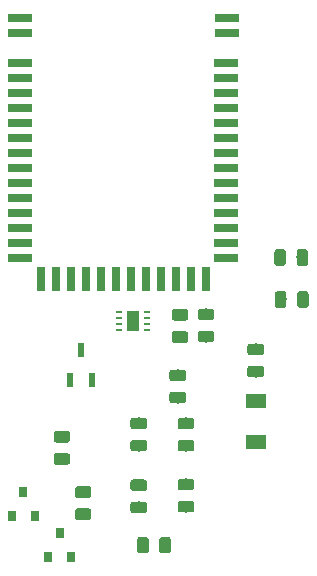
<source format=gbr>
G04 #@! TF.GenerationSoftware,KiCad,Pcbnew,(5.1.2-1)-1*
G04 #@! TF.CreationDate,2021-02-24T07:54:15+01:00*
G04 #@! TF.ProjectId,parasite,70617261-7369-4746-952e-6b696361645f,1.1.0*
G04 #@! TF.SameCoordinates,Original*
G04 #@! TF.FileFunction,Paste,Top*
G04 #@! TF.FilePolarity,Positive*
%FSLAX46Y46*%
G04 Gerber Fmt 4.6, Leading zero omitted, Abs format (unit mm)*
G04 Created by KiCad (PCBNEW (5.1.2-1)-1) date 2021-02-24 07:54:15*
%MOMM*%
%LPD*%
G04 APERTURE LIST*
%ADD10C,0.010000*%
%ADD11R,0.550000X0.250000*%
%ADD12R,2.000000X0.800000*%
%ADD13R,0.800000X2.000000*%
%ADD14R,0.590000X1.210000*%
%ADD15C,0.100000*%
%ADD16C,0.975000*%
%ADD17R,0.800000X0.900000*%
%ADD18R,1.700000X1.300000*%
G04 APERTURE END LIST*
D10*
G36*
X116650426Y-75300000D02*
G01*
X115750000Y-75300000D01*
X115750000Y-73699243D01*
X116650426Y-73699243D01*
X116650426Y-75300000D01*
G37*
X116650426Y-75300000D02*
X115750000Y-75300000D01*
X115750000Y-73699243D01*
X116650426Y-73699243D01*
X116650426Y-75300000D01*
D11*
X115025000Y-73750000D03*
X115025000Y-74250000D03*
X115025000Y-74750000D03*
X115025000Y-75250000D03*
X117375000Y-73750000D03*
X117375000Y-74250000D03*
X117375000Y-74750000D03*
X117375000Y-75250000D03*
D12*
X124150000Y-50155000D03*
X124150000Y-48885000D03*
X124130000Y-52695000D03*
X124130000Y-53965000D03*
X124130000Y-55235000D03*
X124130000Y-56505000D03*
X124130000Y-57775000D03*
X124130000Y-59045000D03*
X124130000Y-60315000D03*
X124130000Y-61585000D03*
X124130000Y-62855000D03*
X124130000Y-64125000D03*
X124130000Y-65395000D03*
X124130000Y-66665000D03*
X124130000Y-67935000D03*
X124130000Y-69205000D03*
D13*
X122385000Y-70950000D03*
X121115000Y-70950000D03*
X119845000Y-70950000D03*
X118575000Y-70950000D03*
X117305000Y-70950000D03*
X116035000Y-70950000D03*
X114765000Y-70950000D03*
X113495000Y-70950000D03*
X112225000Y-70950000D03*
X110955000Y-70950000D03*
X109685000Y-70950000D03*
X108415000Y-70950000D03*
D12*
X106670000Y-69205000D03*
X106670000Y-67935000D03*
X106670000Y-66665000D03*
X106670000Y-65395000D03*
X106670000Y-64125000D03*
X106670000Y-62855000D03*
X106670000Y-61585000D03*
X106670000Y-60315000D03*
X106670000Y-59045000D03*
X106670000Y-57775000D03*
X106670000Y-56505000D03*
X106670000Y-55235000D03*
X106670000Y-53965000D03*
X106670000Y-52695000D03*
X106650000Y-50155000D03*
X106650000Y-48885000D03*
D14*
X111840000Y-76985000D03*
X112790000Y-79495000D03*
X110890000Y-79495000D03*
D15*
G36*
X120680142Y-73513674D02*
G01*
X120703803Y-73517184D01*
X120727007Y-73522996D01*
X120749529Y-73531054D01*
X120771153Y-73541282D01*
X120791670Y-73553579D01*
X120810883Y-73567829D01*
X120828607Y-73583893D01*
X120844671Y-73601617D01*
X120858921Y-73620830D01*
X120871218Y-73641347D01*
X120881446Y-73662971D01*
X120889504Y-73685493D01*
X120895316Y-73708697D01*
X120898826Y-73732358D01*
X120900000Y-73756250D01*
X120900000Y-74243750D01*
X120898826Y-74267642D01*
X120895316Y-74291303D01*
X120889504Y-74314507D01*
X120881446Y-74337029D01*
X120871218Y-74358653D01*
X120858921Y-74379170D01*
X120844671Y-74398383D01*
X120828607Y-74416107D01*
X120810883Y-74432171D01*
X120791670Y-74446421D01*
X120771153Y-74458718D01*
X120749529Y-74468946D01*
X120727007Y-74477004D01*
X120703803Y-74482816D01*
X120680142Y-74486326D01*
X120656250Y-74487500D01*
X119743750Y-74487500D01*
X119719858Y-74486326D01*
X119696197Y-74482816D01*
X119672993Y-74477004D01*
X119650471Y-74468946D01*
X119628847Y-74458718D01*
X119608330Y-74446421D01*
X119589117Y-74432171D01*
X119571393Y-74416107D01*
X119555329Y-74398383D01*
X119541079Y-74379170D01*
X119528782Y-74358653D01*
X119518554Y-74337029D01*
X119510496Y-74314507D01*
X119504684Y-74291303D01*
X119501174Y-74267642D01*
X119500000Y-74243750D01*
X119500000Y-73756250D01*
X119501174Y-73732358D01*
X119504684Y-73708697D01*
X119510496Y-73685493D01*
X119518554Y-73662971D01*
X119528782Y-73641347D01*
X119541079Y-73620830D01*
X119555329Y-73601617D01*
X119571393Y-73583893D01*
X119589117Y-73567829D01*
X119608330Y-73553579D01*
X119628847Y-73541282D01*
X119650471Y-73531054D01*
X119672993Y-73522996D01*
X119696197Y-73517184D01*
X119719858Y-73513674D01*
X119743750Y-73512500D01*
X120656250Y-73512500D01*
X120680142Y-73513674D01*
X120680142Y-73513674D01*
G37*
D16*
X120200000Y-74000000D03*
D15*
G36*
X120680142Y-75388674D02*
G01*
X120703803Y-75392184D01*
X120727007Y-75397996D01*
X120749529Y-75406054D01*
X120771153Y-75416282D01*
X120791670Y-75428579D01*
X120810883Y-75442829D01*
X120828607Y-75458893D01*
X120844671Y-75476617D01*
X120858921Y-75495830D01*
X120871218Y-75516347D01*
X120881446Y-75537971D01*
X120889504Y-75560493D01*
X120895316Y-75583697D01*
X120898826Y-75607358D01*
X120900000Y-75631250D01*
X120900000Y-76118750D01*
X120898826Y-76142642D01*
X120895316Y-76166303D01*
X120889504Y-76189507D01*
X120881446Y-76212029D01*
X120871218Y-76233653D01*
X120858921Y-76254170D01*
X120844671Y-76273383D01*
X120828607Y-76291107D01*
X120810883Y-76307171D01*
X120791670Y-76321421D01*
X120771153Y-76333718D01*
X120749529Y-76343946D01*
X120727007Y-76352004D01*
X120703803Y-76357816D01*
X120680142Y-76361326D01*
X120656250Y-76362500D01*
X119743750Y-76362500D01*
X119719858Y-76361326D01*
X119696197Y-76357816D01*
X119672993Y-76352004D01*
X119650471Y-76343946D01*
X119628847Y-76333718D01*
X119608330Y-76321421D01*
X119589117Y-76307171D01*
X119571393Y-76291107D01*
X119555329Y-76273383D01*
X119541079Y-76254170D01*
X119528782Y-76233653D01*
X119518554Y-76212029D01*
X119510496Y-76189507D01*
X119504684Y-76166303D01*
X119501174Y-76142642D01*
X119500000Y-76118750D01*
X119500000Y-75631250D01*
X119501174Y-75607358D01*
X119504684Y-75583697D01*
X119510496Y-75560493D01*
X119518554Y-75537971D01*
X119528782Y-75516347D01*
X119541079Y-75495830D01*
X119555329Y-75476617D01*
X119571393Y-75458893D01*
X119589117Y-75442829D01*
X119608330Y-75428579D01*
X119628847Y-75416282D01*
X119650471Y-75406054D01*
X119672993Y-75397996D01*
X119696197Y-75392184D01*
X119719858Y-75388674D01*
X119743750Y-75387500D01*
X120656250Y-75387500D01*
X120680142Y-75388674D01*
X120680142Y-75388674D01*
G37*
D16*
X120200000Y-75875000D03*
D15*
G36*
X122880142Y-75351174D02*
G01*
X122903803Y-75354684D01*
X122927007Y-75360496D01*
X122949529Y-75368554D01*
X122971153Y-75378782D01*
X122991670Y-75391079D01*
X123010883Y-75405329D01*
X123028607Y-75421393D01*
X123044671Y-75439117D01*
X123058921Y-75458330D01*
X123071218Y-75478847D01*
X123081446Y-75500471D01*
X123089504Y-75522993D01*
X123095316Y-75546197D01*
X123098826Y-75569858D01*
X123100000Y-75593750D01*
X123100000Y-76081250D01*
X123098826Y-76105142D01*
X123095316Y-76128803D01*
X123089504Y-76152007D01*
X123081446Y-76174529D01*
X123071218Y-76196153D01*
X123058921Y-76216670D01*
X123044671Y-76235883D01*
X123028607Y-76253607D01*
X123010883Y-76269671D01*
X122991670Y-76283921D01*
X122971153Y-76296218D01*
X122949529Y-76306446D01*
X122927007Y-76314504D01*
X122903803Y-76320316D01*
X122880142Y-76323826D01*
X122856250Y-76325000D01*
X121943750Y-76325000D01*
X121919858Y-76323826D01*
X121896197Y-76320316D01*
X121872993Y-76314504D01*
X121850471Y-76306446D01*
X121828847Y-76296218D01*
X121808330Y-76283921D01*
X121789117Y-76269671D01*
X121771393Y-76253607D01*
X121755329Y-76235883D01*
X121741079Y-76216670D01*
X121728782Y-76196153D01*
X121718554Y-76174529D01*
X121710496Y-76152007D01*
X121704684Y-76128803D01*
X121701174Y-76105142D01*
X121700000Y-76081250D01*
X121700000Y-75593750D01*
X121701174Y-75569858D01*
X121704684Y-75546197D01*
X121710496Y-75522993D01*
X121718554Y-75500471D01*
X121728782Y-75478847D01*
X121741079Y-75458330D01*
X121755329Y-75439117D01*
X121771393Y-75421393D01*
X121789117Y-75405329D01*
X121808330Y-75391079D01*
X121828847Y-75378782D01*
X121850471Y-75368554D01*
X121872993Y-75360496D01*
X121896197Y-75354684D01*
X121919858Y-75351174D01*
X121943750Y-75350000D01*
X122856250Y-75350000D01*
X122880142Y-75351174D01*
X122880142Y-75351174D01*
G37*
D16*
X122400000Y-75837500D03*
D15*
G36*
X122880142Y-73476174D02*
G01*
X122903803Y-73479684D01*
X122927007Y-73485496D01*
X122949529Y-73493554D01*
X122971153Y-73503782D01*
X122991670Y-73516079D01*
X123010883Y-73530329D01*
X123028607Y-73546393D01*
X123044671Y-73564117D01*
X123058921Y-73583330D01*
X123071218Y-73603847D01*
X123081446Y-73625471D01*
X123089504Y-73647993D01*
X123095316Y-73671197D01*
X123098826Y-73694858D01*
X123100000Y-73718750D01*
X123100000Y-74206250D01*
X123098826Y-74230142D01*
X123095316Y-74253803D01*
X123089504Y-74277007D01*
X123081446Y-74299529D01*
X123071218Y-74321153D01*
X123058921Y-74341670D01*
X123044671Y-74360883D01*
X123028607Y-74378607D01*
X123010883Y-74394671D01*
X122991670Y-74408921D01*
X122971153Y-74421218D01*
X122949529Y-74431446D01*
X122927007Y-74439504D01*
X122903803Y-74445316D01*
X122880142Y-74448826D01*
X122856250Y-74450000D01*
X121943750Y-74450000D01*
X121919858Y-74448826D01*
X121896197Y-74445316D01*
X121872993Y-74439504D01*
X121850471Y-74431446D01*
X121828847Y-74421218D01*
X121808330Y-74408921D01*
X121789117Y-74394671D01*
X121771393Y-74378607D01*
X121755329Y-74360883D01*
X121741079Y-74341670D01*
X121728782Y-74321153D01*
X121718554Y-74299529D01*
X121710496Y-74277007D01*
X121704684Y-74253803D01*
X121701174Y-74230142D01*
X121700000Y-74206250D01*
X121700000Y-73718750D01*
X121701174Y-73694858D01*
X121704684Y-73671197D01*
X121710496Y-73647993D01*
X121718554Y-73625471D01*
X121728782Y-73603847D01*
X121741079Y-73583330D01*
X121755329Y-73564117D01*
X121771393Y-73546393D01*
X121789117Y-73530329D01*
X121808330Y-73516079D01*
X121828847Y-73503782D01*
X121850471Y-73493554D01*
X121872993Y-73485496D01*
X121896197Y-73479684D01*
X121919858Y-73476174D01*
X121943750Y-73475000D01*
X122856250Y-73475000D01*
X122880142Y-73476174D01*
X122880142Y-73476174D01*
G37*
D16*
X122400000Y-73962500D03*
D15*
G36*
X120480142Y-80513674D02*
G01*
X120503803Y-80517184D01*
X120527007Y-80522996D01*
X120549529Y-80531054D01*
X120571153Y-80541282D01*
X120591670Y-80553579D01*
X120610883Y-80567829D01*
X120628607Y-80583893D01*
X120644671Y-80601617D01*
X120658921Y-80620830D01*
X120671218Y-80641347D01*
X120681446Y-80662971D01*
X120689504Y-80685493D01*
X120695316Y-80708697D01*
X120698826Y-80732358D01*
X120700000Y-80756250D01*
X120700000Y-81243750D01*
X120698826Y-81267642D01*
X120695316Y-81291303D01*
X120689504Y-81314507D01*
X120681446Y-81337029D01*
X120671218Y-81358653D01*
X120658921Y-81379170D01*
X120644671Y-81398383D01*
X120628607Y-81416107D01*
X120610883Y-81432171D01*
X120591670Y-81446421D01*
X120571153Y-81458718D01*
X120549529Y-81468946D01*
X120527007Y-81477004D01*
X120503803Y-81482816D01*
X120480142Y-81486326D01*
X120456250Y-81487500D01*
X119543750Y-81487500D01*
X119519858Y-81486326D01*
X119496197Y-81482816D01*
X119472993Y-81477004D01*
X119450471Y-81468946D01*
X119428847Y-81458718D01*
X119408330Y-81446421D01*
X119389117Y-81432171D01*
X119371393Y-81416107D01*
X119355329Y-81398383D01*
X119341079Y-81379170D01*
X119328782Y-81358653D01*
X119318554Y-81337029D01*
X119310496Y-81314507D01*
X119304684Y-81291303D01*
X119301174Y-81267642D01*
X119300000Y-81243750D01*
X119300000Y-80756250D01*
X119301174Y-80732358D01*
X119304684Y-80708697D01*
X119310496Y-80685493D01*
X119318554Y-80662971D01*
X119328782Y-80641347D01*
X119341079Y-80620830D01*
X119355329Y-80601617D01*
X119371393Y-80583893D01*
X119389117Y-80567829D01*
X119408330Y-80553579D01*
X119428847Y-80541282D01*
X119450471Y-80531054D01*
X119472993Y-80522996D01*
X119496197Y-80517184D01*
X119519858Y-80513674D01*
X119543750Y-80512500D01*
X120456250Y-80512500D01*
X120480142Y-80513674D01*
X120480142Y-80513674D01*
G37*
D16*
X120000000Y-81000000D03*
D15*
G36*
X120480142Y-78638674D02*
G01*
X120503803Y-78642184D01*
X120527007Y-78647996D01*
X120549529Y-78656054D01*
X120571153Y-78666282D01*
X120591670Y-78678579D01*
X120610883Y-78692829D01*
X120628607Y-78708893D01*
X120644671Y-78726617D01*
X120658921Y-78745830D01*
X120671218Y-78766347D01*
X120681446Y-78787971D01*
X120689504Y-78810493D01*
X120695316Y-78833697D01*
X120698826Y-78857358D01*
X120700000Y-78881250D01*
X120700000Y-79368750D01*
X120698826Y-79392642D01*
X120695316Y-79416303D01*
X120689504Y-79439507D01*
X120681446Y-79462029D01*
X120671218Y-79483653D01*
X120658921Y-79504170D01*
X120644671Y-79523383D01*
X120628607Y-79541107D01*
X120610883Y-79557171D01*
X120591670Y-79571421D01*
X120571153Y-79583718D01*
X120549529Y-79593946D01*
X120527007Y-79602004D01*
X120503803Y-79607816D01*
X120480142Y-79611326D01*
X120456250Y-79612500D01*
X119543750Y-79612500D01*
X119519858Y-79611326D01*
X119496197Y-79607816D01*
X119472993Y-79602004D01*
X119450471Y-79593946D01*
X119428847Y-79583718D01*
X119408330Y-79571421D01*
X119389117Y-79557171D01*
X119371393Y-79541107D01*
X119355329Y-79523383D01*
X119341079Y-79504170D01*
X119328782Y-79483653D01*
X119318554Y-79462029D01*
X119310496Y-79439507D01*
X119304684Y-79416303D01*
X119301174Y-79392642D01*
X119300000Y-79368750D01*
X119300000Y-78881250D01*
X119301174Y-78857358D01*
X119304684Y-78833697D01*
X119310496Y-78810493D01*
X119318554Y-78787971D01*
X119328782Y-78766347D01*
X119341079Y-78745830D01*
X119355329Y-78726617D01*
X119371393Y-78708893D01*
X119389117Y-78692829D01*
X119408330Y-78678579D01*
X119428847Y-78666282D01*
X119450471Y-78656054D01*
X119472993Y-78647996D01*
X119496197Y-78642184D01*
X119519858Y-78638674D01*
X119543750Y-78637500D01*
X120456250Y-78637500D01*
X120480142Y-78638674D01*
X120480142Y-78638674D01*
G37*
D16*
X120000000Y-79125000D03*
D15*
G36*
X130867642Y-72001174D02*
G01*
X130891303Y-72004684D01*
X130914507Y-72010496D01*
X130937029Y-72018554D01*
X130958653Y-72028782D01*
X130979170Y-72041079D01*
X130998383Y-72055329D01*
X131016107Y-72071393D01*
X131032171Y-72089117D01*
X131046421Y-72108330D01*
X131058718Y-72128847D01*
X131068946Y-72150471D01*
X131077004Y-72172993D01*
X131082816Y-72196197D01*
X131086326Y-72219858D01*
X131087500Y-72243750D01*
X131087500Y-73156250D01*
X131086326Y-73180142D01*
X131082816Y-73203803D01*
X131077004Y-73227007D01*
X131068946Y-73249529D01*
X131058718Y-73271153D01*
X131046421Y-73291670D01*
X131032171Y-73310883D01*
X131016107Y-73328607D01*
X130998383Y-73344671D01*
X130979170Y-73358921D01*
X130958653Y-73371218D01*
X130937029Y-73381446D01*
X130914507Y-73389504D01*
X130891303Y-73395316D01*
X130867642Y-73398826D01*
X130843750Y-73400000D01*
X130356250Y-73400000D01*
X130332358Y-73398826D01*
X130308697Y-73395316D01*
X130285493Y-73389504D01*
X130262971Y-73381446D01*
X130241347Y-73371218D01*
X130220830Y-73358921D01*
X130201617Y-73344671D01*
X130183893Y-73328607D01*
X130167829Y-73310883D01*
X130153579Y-73291670D01*
X130141282Y-73271153D01*
X130131054Y-73249529D01*
X130122996Y-73227007D01*
X130117184Y-73203803D01*
X130113674Y-73180142D01*
X130112500Y-73156250D01*
X130112500Y-72243750D01*
X130113674Y-72219858D01*
X130117184Y-72196197D01*
X130122996Y-72172993D01*
X130131054Y-72150471D01*
X130141282Y-72128847D01*
X130153579Y-72108330D01*
X130167829Y-72089117D01*
X130183893Y-72071393D01*
X130201617Y-72055329D01*
X130220830Y-72041079D01*
X130241347Y-72028782D01*
X130262971Y-72018554D01*
X130285493Y-72010496D01*
X130308697Y-72004684D01*
X130332358Y-72001174D01*
X130356250Y-72000000D01*
X130843750Y-72000000D01*
X130867642Y-72001174D01*
X130867642Y-72001174D01*
G37*
D16*
X130600000Y-72700000D03*
D15*
G36*
X128992642Y-72001174D02*
G01*
X129016303Y-72004684D01*
X129039507Y-72010496D01*
X129062029Y-72018554D01*
X129083653Y-72028782D01*
X129104170Y-72041079D01*
X129123383Y-72055329D01*
X129141107Y-72071393D01*
X129157171Y-72089117D01*
X129171421Y-72108330D01*
X129183718Y-72128847D01*
X129193946Y-72150471D01*
X129202004Y-72172993D01*
X129207816Y-72196197D01*
X129211326Y-72219858D01*
X129212500Y-72243750D01*
X129212500Y-73156250D01*
X129211326Y-73180142D01*
X129207816Y-73203803D01*
X129202004Y-73227007D01*
X129193946Y-73249529D01*
X129183718Y-73271153D01*
X129171421Y-73291670D01*
X129157171Y-73310883D01*
X129141107Y-73328607D01*
X129123383Y-73344671D01*
X129104170Y-73358921D01*
X129083653Y-73371218D01*
X129062029Y-73381446D01*
X129039507Y-73389504D01*
X129016303Y-73395316D01*
X128992642Y-73398826D01*
X128968750Y-73400000D01*
X128481250Y-73400000D01*
X128457358Y-73398826D01*
X128433697Y-73395316D01*
X128410493Y-73389504D01*
X128387971Y-73381446D01*
X128366347Y-73371218D01*
X128345830Y-73358921D01*
X128326617Y-73344671D01*
X128308893Y-73328607D01*
X128292829Y-73310883D01*
X128278579Y-73291670D01*
X128266282Y-73271153D01*
X128256054Y-73249529D01*
X128247996Y-73227007D01*
X128242184Y-73203803D01*
X128238674Y-73180142D01*
X128237500Y-73156250D01*
X128237500Y-72243750D01*
X128238674Y-72219858D01*
X128242184Y-72196197D01*
X128247996Y-72172993D01*
X128256054Y-72150471D01*
X128266282Y-72128847D01*
X128278579Y-72108330D01*
X128292829Y-72089117D01*
X128308893Y-72071393D01*
X128326617Y-72055329D01*
X128345830Y-72041079D01*
X128366347Y-72028782D01*
X128387971Y-72018554D01*
X128410493Y-72010496D01*
X128433697Y-72004684D01*
X128457358Y-72001174D01*
X128481250Y-72000000D01*
X128968750Y-72000000D01*
X128992642Y-72001174D01*
X128992642Y-72001174D01*
G37*
D16*
X128725000Y-72700000D03*
D15*
G36*
X130825142Y-68446174D02*
G01*
X130848803Y-68449684D01*
X130872007Y-68455496D01*
X130894529Y-68463554D01*
X130916153Y-68473782D01*
X130936670Y-68486079D01*
X130955883Y-68500329D01*
X130973607Y-68516393D01*
X130989671Y-68534117D01*
X131003921Y-68553330D01*
X131016218Y-68573847D01*
X131026446Y-68595471D01*
X131034504Y-68617993D01*
X131040316Y-68641197D01*
X131043826Y-68664858D01*
X131045000Y-68688750D01*
X131045000Y-69601250D01*
X131043826Y-69625142D01*
X131040316Y-69648803D01*
X131034504Y-69672007D01*
X131026446Y-69694529D01*
X131016218Y-69716153D01*
X131003921Y-69736670D01*
X130989671Y-69755883D01*
X130973607Y-69773607D01*
X130955883Y-69789671D01*
X130936670Y-69803921D01*
X130916153Y-69816218D01*
X130894529Y-69826446D01*
X130872007Y-69834504D01*
X130848803Y-69840316D01*
X130825142Y-69843826D01*
X130801250Y-69845000D01*
X130313750Y-69845000D01*
X130289858Y-69843826D01*
X130266197Y-69840316D01*
X130242993Y-69834504D01*
X130220471Y-69826446D01*
X130198847Y-69816218D01*
X130178330Y-69803921D01*
X130159117Y-69789671D01*
X130141393Y-69773607D01*
X130125329Y-69755883D01*
X130111079Y-69736670D01*
X130098782Y-69716153D01*
X130088554Y-69694529D01*
X130080496Y-69672007D01*
X130074684Y-69648803D01*
X130071174Y-69625142D01*
X130070000Y-69601250D01*
X130070000Y-68688750D01*
X130071174Y-68664858D01*
X130074684Y-68641197D01*
X130080496Y-68617993D01*
X130088554Y-68595471D01*
X130098782Y-68573847D01*
X130111079Y-68553330D01*
X130125329Y-68534117D01*
X130141393Y-68516393D01*
X130159117Y-68500329D01*
X130178330Y-68486079D01*
X130198847Y-68473782D01*
X130220471Y-68463554D01*
X130242993Y-68455496D01*
X130266197Y-68449684D01*
X130289858Y-68446174D01*
X130313750Y-68445000D01*
X130801250Y-68445000D01*
X130825142Y-68446174D01*
X130825142Y-68446174D01*
G37*
D16*
X130557500Y-69145000D03*
D15*
G36*
X128950142Y-68446174D02*
G01*
X128973803Y-68449684D01*
X128997007Y-68455496D01*
X129019529Y-68463554D01*
X129041153Y-68473782D01*
X129061670Y-68486079D01*
X129080883Y-68500329D01*
X129098607Y-68516393D01*
X129114671Y-68534117D01*
X129128921Y-68553330D01*
X129141218Y-68573847D01*
X129151446Y-68595471D01*
X129159504Y-68617993D01*
X129165316Y-68641197D01*
X129168826Y-68664858D01*
X129170000Y-68688750D01*
X129170000Y-69601250D01*
X129168826Y-69625142D01*
X129165316Y-69648803D01*
X129159504Y-69672007D01*
X129151446Y-69694529D01*
X129141218Y-69716153D01*
X129128921Y-69736670D01*
X129114671Y-69755883D01*
X129098607Y-69773607D01*
X129080883Y-69789671D01*
X129061670Y-69803921D01*
X129041153Y-69816218D01*
X129019529Y-69826446D01*
X128997007Y-69834504D01*
X128973803Y-69840316D01*
X128950142Y-69843826D01*
X128926250Y-69845000D01*
X128438750Y-69845000D01*
X128414858Y-69843826D01*
X128391197Y-69840316D01*
X128367993Y-69834504D01*
X128345471Y-69826446D01*
X128323847Y-69816218D01*
X128303330Y-69803921D01*
X128284117Y-69789671D01*
X128266393Y-69773607D01*
X128250329Y-69755883D01*
X128236079Y-69736670D01*
X128223782Y-69716153D01*
X128213554Y-69694529D01*
X128205496Y-69672007D01*
X128199684Y-69648803D01*
X128196174Y-69625142D01*
X128195000Y-69601250D01*
X128195000Y-68688750D01*
X128196174Y-68664858D01*
X128199684Y-68641197D01*
X128205496Y-68617993D01*
X128213554Y-68595471D01*
X128223782Y-68573847D01*
X128236079Y-68553330D01*
X128250329Y-68534117D01*
X128266393Y-68516393D01*
X128284117Y-68500329D01*
X128303330Y-68486079D01*
X128323847Y-68473782D01*
X128345471Y-68463554D01*
X128367993Y-68455496D01*
X128391197Y-68449684D01*
X128414858Y-68446174D01*
X128438750Y-68445000D01*
X128926250Y-68445000D01*
X128950142Y-68446174D01*
X128950142Y-68446174D01*
G37*
D16*
X128682500Y-69145000D03*
D17*
X110000000Y-92500000D03*
X110950000Y-94500000D03*
X109050000Y-94500000D03*
X106950000Y-89000000D03*
X107900000Y-91000000D03*
X106000000Y-91000000D03*
D15*
G36*
X119205142Y-92801174D02*
G01*
X119228803Y-92804684D01*
X119252007Y-92810496D01*
X119274529Y-92818554D01*
X119296153Y-92828782D01*
X119316670Y-92841079D01*
X119335883Y-92855329D01*
X119353607Y-92871393D01*
X119369671Y-92889117D01*
X119383921Y-92908330D01*
X119396218Y-92928847D01*
X119406446Y-92950471D01*
X119414504Y-92972993D01*
X119420316Y-92996197D01*
X119423826Y-93019858D01*
X119425000Y-93043750D01*
X119425000Y-93956250D01*
X119423826Y-93980142D01*
X119420316Y-94003803D01*
X119414504Y-94027007D01*
X119406446Y-94049529D01*
X119396218Y-94071153D01*
X119383921Y-94091670D01*
X119369671Y-94110883D01*
X119353607Y-94128607D01*
X119335883Y-94144671D01*
X119316670Y-94158921D01*
X119296153Y-94171218D01*
X119274529Y-94181446D01*
X119252007Y-94189504D01*
X119228803Y-94195316D01*
X119205142Y-94198826D01*
X119181250Y-94200000D01*
X118693750Y-94200000D01*
X118669858Y-94198826D01*
X118646197Y-94195316D01*
X118622993Y-94189504D01*
X118600471Y-94181446D01*
X118578847Y-94171218D01*
X118558330Y-94158921D01*
X118539117Y-94144671D01*
X118521393Y-94128607D01*
X118505329Y-94110883D01*
X118491079Y-94091670D01*
X118478782Y-94071153D01*
X118468554Y-94049529D01*
X118460496Y-94027007D01*
X118454684Y-94003803D01*
X118451174Y-93980142D01*
X118450000Y-93956250D01*
X118450000Y-93043750D01*
X118451174Y-93019858D01*
X118454684Y-92996197D01*
X118460496Y-92972993D01*
X118468554Y-92950471D01*
X118478782Y-92928847D01*
X118491079Y-92908330D01*
X118505329Y-92889117D01*
X118521393Y-92871393D01*
X118539117Y-92855329D01*
X118558330Y-92841079D01*
X118578847Y-92828782D01*
X118600471Y-92818554D01*
X118622993Y-92810496D01*
X118646197Y-92804684D01*
X118669858Y-92801174D01*
X118693750Y-92800000D01*
X119181250Y-92800000D01*
X119205142Y-92801174D01*
X119205142Y-92801174D01*
G37*
D16*
X118937500Y-93500000D03*
D15*
G36*
X117330142Y-92801174D02*
G01*
X117353803Y-92804684D01*
X117377007Y-92810496D01*
X117399529Y-92818554D01*
X117421153Y-92828782D01*
X117441670Y-92841079D01*
X117460883Y-92855329D01*
X117478607Y-92871393D01*
X117494671Y-92889117D01*
X117508921Y-92908330D01*
X117521218Y-92928847D01*
X117531446Y-92950471D01*
X117539504Y-92972993D01*
X117545316Y-92996197D01*
X117548826Y-93019858D01*
X117550000Y-93043750D01*
X117550000Y-93956250D01*
X117548826Y-93980142D01*
X117545316Y-94003803D01*
X117539504Y-94027007D01*
X117531446Y-94049529D01*
X117521218Y-94071153D01*
X117508921Y-94091670D01*
X117494671Y-94110883D01*
X117478607Y-94128607D01*
X117460883Y-94144671D01*
X117441670Y-94158921D01*
X117421153Y-94171218D01*
X117399529Y-94181446D01*
X117377007Y-94189504D01*
X117353803Y-94195316D01*
X117330142Y-94198826D01*
X117306250Y-94200000D01*
X116818750Y-94200000D01*
X116794858Y-94198826D01*
X116771197Y-94195316D01*
X116747993Y-94189504D01*
X116725471Y-94181446D01*
X116703847Y-94171218D01*
X116683330Y-94158921D01*
X116664117Y-94144671D01*
X116646393Y-94128607D01*
X116630329Y-94110883D01*
X116616079Y-94091670D01*
X116603782Y-94071153D01*
X116593554Y-94049529D01*
X116585496Y-94027007D01*
X116579684Y-94003803D01*
X116576174Y-93980142D01*
X116575000Y-93956250D01*
X116575000Y-93043750D01*
X116576174Y-93019858D01*
X116579684Y-92996197D01*
X116585496Y-92972993D01*
X116593554Y-92950471D01*
X116603782Y-92928847D01*
X116616079Y-92908330D01*
X116630329Y-92889117D01*
X116646393Y-92871393D01*
X116664117Y-92855329D01*
X116683330Y-92841079D01*
X116703847Y-92828782D01*
X116725471Y-92818554D01*
X116747993Y-92810496D01*
X116771197Y-92804684D01*
X116794858Y-92801174D01*
X116818750Y-92800000D01*
X117306250Y-92800000D01*
X117330142Y-92801174D01*
X117330142Y-92801174D01*
G37*
D16*
X117062500Y-93500000D03*
D15*
G36*
X121180142Y-82713674D02*
G01*
X121203803Y-82717184D01*
X121227007Y-82722996D01*
X121249529Y-82731054D01*
X121271153Y-82741282D01*
X121291670Y-82753579D01*
X121310883Y-82767829D01*
X121328607Y-82783893D01*
X121344671Y-82801617D01*
X121358921Y-82820830D01*
X121371218Y-82841347D01*
X121381446Y-82862971D01*
X121389504Y-82885493D01*
X121395316Y-82908697D01*
X121398826Y-82932358D01*
X121400000Y-82956250D01*
X121400000Y-83443750D01*
X121398826Y-83467642D01*
X121395316Y-83491303D01*
X121389504Y-83514507D01*
X121381446Y-83537029D01*
X121371218Y-83558653D01*
X121358921Y-83579170D01*
X121344671Y-83598383D01*
X121328607Y-83616107D01*
X121310883Y-83632171D01*
X121291670Y-83646421D01*
X121271153Y-83658718D01*
X121249529Y-83668946D01*
X121227007Y-83677004D01*
X121203803Y-83682816D01*
X121180142Y-83686326D01*
X121156250Y-83687500D01*
X120243750Y-83687500D01*
X120219858Y-83686326D01*
X120196197Y-83682816D01*
X120172993Y-83677004D01*
X120150471Y-83668946D01*
X120128847Y-83658718D01*
X120108330Y-83646421D01*
X120089117Y-83632171D01*
X120071393Y-83616107D01*
X120055329Y-83598383D01*
X120041079Y-83579170D01*
X120028782Y-83558653D01*
X120018554Y-83537029D01*
X120010496Y-83514507D01*
X120004684Y-83491303D01*
X120001174Y-83467642D01*
X120000000Y-83443750D01*
X120000000Y-82956250D01*
X120001174Y-82932358D01*
X120004684Y-82908697D01*
X120010496Y-82885493D01*
X120018554Y-82862971D01*
X120028782Y-82841347D01*
X120041079Y-82820830D01*
X120055329Y-82801617D01*
X120071393Y-82783893D01*
X120089117Y-82767829D01*
X120108330Y-82753579D01*
X120128847Y-82741282D01*
X120150471Y-82731054D01*
X120172993Y-82722996D01*
X120196197Y-82717184D01*
X120219858Y-82713674D01*
X120243750Y-82712500D01*
X121156250Y-82712500D01*
X121180142Y-82713674D01*
X121180142Y-82713674D01*
G37*
D16*
X120700000Y-83200000D03*
D15*
G36*
X121180142Y-84588674D02*
G01*
X121203803Y-84592184D01*
X121227007Y-84597996D01*
X121249529Y-84606054D01*
X121271153Y-84616282D01*
X121291670Y-84628579D01*
X121310883Y-84642829D01*
X121328607Y-84658893D01*
X121344671Y-84676617D01*
X121358921Y-84695830D01*
X121371218Y-84716347D01*
X121381446Y-84737971D01*
X121389504Y-84760493D01*
X121395316Y-84783697D01*
X121398826Y-84807358D01*
X121400000Y-84831250D01*
X121400000Y-85318750D01*
X121398826Y-85342642D01*
X121395316Y-85366303D01*
X121389504Y-85389507D01*
X121381446Y-85412029D01*
X121371218Y-85433653D01*
X121358921Y-85454170D01*
X121344671Y-85473383D01*
X121328607Y-85491107D01*
X121310883Y-85507171D01*
X121291670Y-85521421D01*
X121271153Y-85533718D01*
X121249529Y-85543946D01*
X121227007Y-85552004D01*
X121203803Y-85557816D01*
X121180142Y-85561326D01*
X121156250Y-85562500D01*
X120243750Y-85562500D01*
X120219858Y-85561326D01*
X120196197Y-85557816D01*
X120172993Y-85552004D01*
X120150471Y-85543946D01*
X120128847Y-85533718D01*
X120108330Y-85521421D01*
X120089117Y-85507171D01*
X120071393Y-85491107D01*
X120055329Y-85473383D01*
X120041079Y-85454170D01*
X120028782Y-85433653D01*
X120018554Y-85412029D01*
X120010496Y-85389507D01*
X120004684Y-85366303D01*
X120001174Y-85342642D01*
X120000000Y-85318750D01*
X120000000Y-84831250D01*
X120001174Y-84807358D01*
X120004684Y-84783697D01*
X120010496Y-84760493D01*
X120018554Y-84737971D01*
X120028782Y-84716347D01*
X120041079Y-84695830D01*
X120055329Y-84676617D01*
X120071393Y-84658893D01*
X120089117Y-84642829D01*
X120108330Y-84628579D01*
X120128847Y-84616282D01*
X120150471Y-84606054D01*
X120172993Y-84597996D01*
X120196197Y-84592184D01*
X120219858Y-84588674D01*
X120243750Y-84587500D01*
X121156250Y-84587500D01*
X121180142Y-84588674D01*
X121180142Y-84588674D01*
G37*
D16*
X120700000Y-85075000D03*
D18*
X126600000Y-84800000D03*
X126600000Y-81300000D03*
D15*
G36*
X127080142Y-76438674D02*
G01*
X127103803Y-76442184D01*
X127127007Y-76447996D01*
X127149529Y-76456054D01*
X127171153Y-76466282D01*
X127191670Y-76478579D01*
X127210883Y-76492829D01*
X127228607Y-76508893D01*
X127244671Y-76526617D01*
X127258921Y-76545830D01*
X127271218Y-76566347D01*
X127281446Y-76587971D01*
X127289504Y-76610493D01*
X127295316Y-76633697D01*
X127298826Y-76657358D01*
X127300000Y-76681250D01*
X127300000Y-77168750D01*
X127298826Y-77192642D01*
X127295316Y-77216303D01*
X127289504Y-77239507D01*
X127281446Y-77262029D01*
X127271218Y-77283653D01*
X127258921Y-77304170D01*
X127244671Y-77323383D01*
X127228607Y-77341107D01*
X127210883Y-77357171D01*
X127191670Y-77371421D01*
X127171153Y-77383718D01*
X127149529Y-77393946D01*
X127127007Y-77402004D01*
X127103803Y-77407816D01*
X127080142Y-77411326D01*
X127056250Y-77412500D01*
X126143750Y-77412500D01*
X126119858Y-77411326D01*
X126096197Y-77407816D01*
X126072993Y-77402004D01*
X126050471Y-77393946D01*
X126028847Y-77383718D01*
X126008330Y-77371421D01*
X125989117Y-77357171D01*
X125971393Y-77341107D01*
X125955329Y-77323383D01*
X125941079Y-77304170D01*
X125928782Y-77283653D01*
X125918554Y-77262029D01*
X125910496Y-77239507D01*
X125904684Y-77216303D01*
X125901174Y-77192642D01*
X125900000Y-77168750D01*
X125900000Y-76681250D01*
X125901174Y-76657358D01*
X125904684Y-76633697D01*
X125910496Y-76610493D01*
X125918554Y-76587971D01*
X125928782Y-76566347D01*
X125941079Y-76545830D01*
X125955329Y-76526617D01*
X125971393Y-76508893D01*
X125989117Y-76492829D01*
X126008330Y-76478579D01*
X126028847Y-76466282D01*
X126050471Y-76456054D01*
X126072993Y-76447996D01*
X126096197Y-76442184D01*
X126119858Y-76438674D01*
X126143750Y-76437500D01*
X127056250Y-76437500D01*
X127080142Y-76438674D01*
X127080142Y-76438674D01*
G37*
D16*
X126600000Y-76925000D03*
D15*
G36*
X127080142Y-78313674D02*
G01*
X127103803Y-78317184D01*
X127127007Y-78322996D01*
X127149529Y-78331054D01*
X127171153Y-78341282D01*
X127191670Y-78353579D01*
X127210883Y-78367829D01*
X127228607Y-78383893D01*
X127244671Y-78401617D01*
X127258921Y-78420830D01*
X127271218Y-78441347D01*
X127281446Y-78462971D01*
X127289504Y-78485493D01*
X127295316Y-78508697D01*
X127298826Y-78532358D01*
X127300000Y-78556250D01*
X127300000Y-79043750D01*
X127298826Y-79067642D01*
X127295316Y-79091303D01*
X127289504Y-79114507D01*
X127281446Y-79137029D01*
X127271218Y-79158653D01*
X127258921Y-79179170D01*
X127244671Y-79198383D01*
X127228607Y-79216107D01*
X127210883Y-79232171D01*
X127191670Y-79246421D01*
X127171153Y-79258718D01*
X127149529Y-79268946D01*
X127127007Y-79277004D01*
X127103803Y-79282816D01*
X127080142Y-79286326D01*
X127056250Y-79287500D01*
X126143750Y-79287500D01*
X126119858Y-79286326D01*
X126096197Y-79282816D01*
X126072993Y-79277004D01*
X126050471Y-79268946D01*
X126028847Y-79258718D01*
X126008330Y-79246421D01*
X125989117Y-79232171D01*
X125971393Y-79216107D01*
X125955329Y-79198383D01*
X125941079Y-79179170D01*
X125928782Y-79158653D01*
X125918554Y-79137029D01*
X125910496Y-79114507D01*
X125904684Y-79091303D01*
X125901174Y-79067642D01*
X125900000Y-79043750D01*
X125900000Y-78556250D01*
X125901174Y-78532358D01*
X125904684Y-78508697D01*
X125910496Y-78485493D01*
X125918554Y-78462971D01*
X125928782Y-78441347D01*
X125941079Y-78420830D01*
X125955329Y-78401617D01*
X125971393Y-78383893D01*
X125989117Y-78367829D01*
X126008330Y-78353579D01*
X126028847Y-78341282D01*
X126050471Y-78331054D01*
X126072993Y-78322996D01*
X126096197Y-78317184D01*
X126119858Y-78313674D01*
X126143750Y-78312500D01*
X127056250Y-78312500D01*
X127080142Y-78313674D01*
X127080142Y-78313674D01*
G37*
D16*
X126600000Y-78800000D03*
D15*
G36*
X110680142Y-83838674D02*
G01*
X110703803Y-83842184D01*
X110727007Y-83847996D01*
X110749529Y-83856054D01*
X110771153Y-83866282D01*
X110791670Y-83878579D01*
X110810883Y-83892829D01*
X110828607Y-83908893D01*
X110844671Y-83926617D01*
X110858921Y-83945830D01*
X110871218Y-83966347D01*
X110881446Y-83987971D01*
X110889504Y-84010493D01*
X110895316Y-84033697D01*
X110898826Y-84057358D01*
X110900000Y-84081250D01*
X110900000Y-84568750D01*
X110898826Y-84592642D01*
X110895316Y-84616303D01*
X110889504Y-84639507D01*
X110881446Y-84662029D01*
X110871218Y-84683653D01*
X110858921Y-84704170D01*
X110844671Y-84723383D01*
X110828607Y-84741107D01*
X110810883Y-84757171D01*
X110791670Y-84771421D01*
X110771153Y-84783718D01*
X110749529Y-84793946D01*
X110727007Y-84802004D01*
X110703803Y-84807816D01*
X110680142Y-84811326D01*
X110656250Y-84812500D01*
X109743750Y-84812500D01*
X109719858Y-84811326D01*
X109696197Y-84807816D01*
X109672993Y-84802004D01*
X109650471Y-84793946D01*
X109628847Y-84783718D01*
X109608330Y-84771421D01*
X109589117Y-84757171D01*
X109571393Y-84741107D01*
X109555329Y-84723383D01*
X109541079Y-84704170D01*
X109528782Y-84683653D01*
X109518554Y-84662029D01*
X109510496Y-84639507D01*
X109504684Y-84616303D01*
X109501174Y-84592642D01*
X109500000Y-84568750D01*
X109500000Y-84081250D01*
X109501174Y-84057358D01*
X109504684Y-84033697D01*
X109510496Y-84010493D01*
X109518554Y-83987971D01*
X109528782Y-83966347D01*
X109541079Y-83945830D01*
X109555329Y-83926617D01*
X109571393Y-83908893D01*
X109589117Y-83892829D01*
X109608330Y-83878579D01*
X109628847Y-83866282D01*
X109650471Y-83856054D01*
X109672993Y-83847996D01*
X109696197Y-83842184D01*
X109719858Y-83838674D01*
X109743750Y-83837500D01*
X110656250Y-83837500D01*
X110680142Y-83838674D01*
X110680142Y-83838674D01*
G37*
D16*
X110200000Y-84325000D03*
D15*
G36*
X110680142Y-85713674D02*
G01*
X110703803Y-85717184D01*
X110727007Y-85722996D01*
X110749529Y-85731054D01*
X110771153Y-85741282D01*
X110791670Y-85753579D01*
X110810883Y-85767829D01*
X110828607Y-85783893D01*
X110844671Y-85801617D01*
X110858921Y-85820830D01*
X110871218Y-85841347D01*
X110881446Y-85862971D01*
X110889504Y-85885493D01*
X110895316Y-85908697D01*
X110898826Y-85932358D01*
X110900000Y-85956250D01*
X110900000Y-86443750D01*
X110898826Y-86467642D01*
X110895316Y-86491303D01*
X110889504Y-86514507D01*
X110881446Y-86537029D01*
X110871218Y-86558653D01*
X110858921Y-86579170D01*
X110844671Y-86598383D01*
X110828607Y-86616107D01*
X110810883Y-86632171D01*
X110791670Y-86646421D01*
X110771153Y-86658718D01*
X110749529Y-86668946D01*
X110727007Y-86677004D01*
X110703803Y-86682816D01*
X110680142Y-86686326D01*
X110656250Y-86687500D01*
X109743750Y-86687500D01*
X109719858Y-86686326D01*
X109696197Y-86682816D01*
X109672993Y-86677004D01*
X109650471Y-86668946D01*
X109628847Y-86658718D01*
X109608330Y-86646421D01*
X109589117Y-86632171D01*
X109571393Y-86616107D01*
X109555329Y-86598383D01*
X109541079Y-86579170D01*
X109528782Y-86558653D01*
X109518554Y-86537029D01*
X109510496Y-86514507D01*
X109504684Y-86491303D01*
X109501174Y-86467642D01*
X109500000Y-86443750D01*
X109500000Y-85956250D01*
X109501174Y-85932358D01*
X109504684Y-85908697D01*
X109510496Y-85885493D01*
X109518554Y-85862971D01*
X109528782Y-85841347D01*
X109541079Y-85820830D01*
X109555329Y-85801617D01*
X109571393Y-85783893D01*
X109589117Y-85767829D01*
X109608330Y-85753579D01*
X109628847Y-85741282D01*
X109650471Y-85731054D01*
X109672993Y-85722996D01*
X109696197Y-85717184D01*
X109719858Y-85713674D01*
X109743750Y-85712500D01*
X110656250Y-85712500D01*
X110680142Y-85713674D01*
X110680142Y-85713674D01*
G37*
D16*
X110200000Y-86200000D03*
D15*
G36*
X121180142Y-87876174D02*
G01*
X121203803Y-87879684D01*
X121227007Y-87885496D01*
X121249529Y-87893554D01*
X121271153Y-87903782D01*
X121291670Y-87916079D01*
X121310883Y-87930329D01*
X121328607Y-87946393D01*
X121344671Y-87964117D01*
X121358921Y-87983330D01*
X121371218Y-88003847D01*
X121381446Y-88025471D01*
X121389504Y-88047993D01*
X121395316Y-88071197D01*
X121398826Y-88094858D01*
X121400000Y-88118750D01*
X121400000Y-88606250D01*
X121398826Y-88630142D01*
X121395316Y-88653803D01*
X121389504Y-88677007D01*
X121381446Y-88699529D01*
X121371218Y-88721153D01*
X121358921Y-88741670D01*
X121344671Y-88760883D01*
X121328607Y-88778607D01*
X121310883Y-88794671D01*
X121291670Y-88808921D01*
X121271153Y-88821218D01*
X121249529Y-88831446D01*
X121227007Y-88839504D01*
X121203803Y-88845316D01*
X121180142Y-88848826D01*
X121156250Y-88850000D01*
X120243750Y-88850000D01*
X120219858Y-88848826D01*
X120196197Y-88845316D01*
X120172993Y-88839504D01*
X120150471Y-88831446D01*
X120128847Y-88821218D01*
X120108330Y-88808921D01*
X120089117Y-88794671D01*
X120071393Y-88778607D01*
X120055329Y-88760883D01*
X120041079Y-88741670D01*
X120028782Y-88721153D01*
X120018554Y-88699529D01*
X120010496Y-88677007D01*
X120004684Y-88653803D01*
X120001174Y-88630142D01*
X120000000Y-88606250D01*
X120000000Y-88118750D01*
X120001174Y-88094858D01*
X120004684Y-88071197D01*
X120010496Y-88047993D01*
X120018554Y-88025471D01*
X120028782Y-88003847D01*
X120041079Y-87983330D01*
X120055329Y-87964117D01*
X120071393Y-87946393D01*
X120089117Y-87930329D01*
X120108330Y-87916079D01*
X120128847Y-87903782D01*
X120150471Y-87893554D01*
X120172993Y-87885496D01*
X120196197Y-87879684D01*
X120219858Y-87876174D01*
X120243750Y-87875000D01*
X121156250Y-87875000D01*
X121180142Y-87876174D01*
X121180142Y-87876174D01*
G37*
D16*
X120700000Y-88362500D03*
D15*
G36*
X121180142Y-89751174D02*
G01*
X121203803Y-89754684D01*
X121227007Y-89760496D01*
X121249529Y-89768554D01*
X121271153Y-89778782D01*
X121291670Y-89791079D01*
X121310883Y-89805329D01*
X121328607Y-89821393D01*
X121344671Y-89839117D01*
X121358921Y-89858330D01*
X121371218Y-89878847D01*
X121381446Y-89900471D01*
X121389504Y-89922993D01*
X121395316Y-89946197D01*
X121398826Y-89969858D01*
X121400000Y-89993750D01*
X121400000Y-90481250D01*
X121398826Y-90505142D01*
X121395316Y-90528803D01*
X121389504Y-90552007D01*
X121381446Y-90574529D01*
X121371218Y-90596153D01*
X121358921Y-90616670D01*
X121344671Y-90635883D01*
X121328607Y-90653607D01*
X121310883Y-90669671D01*
X121291670Y-90683921D01*
X121271153Y-90696218D01*
X121249529Y-90706446D01*
X121227007Y-90714504D01*
X121203803Y-90720316D01*
X121180142Y-90723826D01*
X121156250Y-90725000D01*
X120243750Y-90725000D01*
X120219858Y-90723826D01*
X120196197Y-90720316D01*
X120172993Y-90714504D01*
X120150471Y-90706446D01*
X120128847Y-90696218D01*
X120108330Y-90683921D01*
X120089117Y-90669671D01*
X120071393Y-90653607D01*
X120055329Y-90635883D01*
X120041079Y-90616670D01*
X120028782Y-90596153D01*
X120018554Y-90574529D01*
X120010496Y-90552007D01*
X120004684Y-90528803D01*
X120001174Y-90505142D01*
X120000000Y-90481250D01*
X120000000Y-89993750D01*
X120001174Y-89969858D01*
X120004684Y-89946197D01*
X120010496Y-89922993D01*
X120018554Y-89900471D01*
X120028782Y-89878847D01*
X120041079Y-89858330D01*
X120055329Y-89839117D01*
X120071393Y-89821393D01*
X120089117Y-89805329D01*
X120108330Y-89791079D01*
X120128847Y-89778782D01*
X120150471Y-89768554D01*
X120172993Y-89760496D01*
X120196197Y-89754684D01*
X120219858Y-89751174D01*
X120243750Y-89750000D01*
X121156250Y-89750000D01*
X121180142Y-89751174D01*
X121180142Y-89751174D01*
G37*
D16*
X120700000Y-90237500D03*
D15*
G36*
X112480142Y-88513674D02*
G01*
X112503803Y-88517184D01*
X112527007Y-88522996D01*
X112549529Y-88531054D01*
X112571153Y-88541282D01*
X112591670Y-88553579D01*
X112610883Y-88567829D01*
X112628607Y-88583893D01*
X112644671Y-88601617D01*
X112658921Y-88620830D01*
X112671218Y-88641347D01*
X112681446Y-88662971D01*
X112689504Y-88685493D01*
X112695316Y-88708697D01*
X112698826Y-88732358D01*
X112700000Y-88756250D01*
X112700000Y-89243750D01*
X112698826Y-89267642D01*
X112695316Y-89291303D01*
X112689504Y-89314507D01*
X112681446Y-89337029D01*
X112671218Y-89358653D01*
X112658921Y-89379170D01*
X112644671Y-89398383D01*
X112628607Y-89416107D01*
X112610883Y-89432171D01*
X112591670Y-89446421D01*
X112571153Y-89458718D01*
X112549529Y-89468946D01*
X112527007Y-89477004D01*
X112503803Y-89482816D01*
X112480142Y-89486326D01*
X112456250Y-89487500D01*
X111543750Y-89487500D01*
X111519858Y-89486326D01*
X111496197Y-89482816D01*
X111472993Y-89477004D01*
X111450471Y-89468946D01*
X111428847Y-89458718D01*
X111408330Y-89446421D01*
X111389117Y-89432171D01*
X111371393Y-89416107D01*
X111355329Y-89398383D01*
X111341079Y-89379170D01*
X111328782Y-89358653D01*
X111318554Y-89337029D01*
X111310496Y-89314507D01*
X111304684Y-89291303D01*
X111301174Y-89267642D01*
X111300000Y-89243750D01*
X111300000Y-88756250D01*
X111301174Y-88732358D01*
X111304684Y-88708697D01*
X111310496Y-88685493D01*
X111318554Y-88662971D01*
X111328782Y-88641347D01*
X111341079Y-88620830D01*
X111355329Y-88601617D01*
X111371393Y-88583893D01*
X111389117Y-88567829D01*
X111408330Y-88553579D01*
X111428847Y-88541282D01*
X111450471Y-88531054D01*
X111472993Y-88522996D01*
X111496197Y-88517184D01*
X111519858Y-88513674D01*
X111543750Y-88512500D01*
X112456250Y-88512500D01*
X112480142Y-88513674D01*
X112480142Y-88513674D01*
G37*
D16*
X112000000Y-89000000D03*
D15*
G36*
X112480142Y-90388674D02*
G01*
X112503803Y-90392184D01*
X112527007Y-90397996D01*
X112549529Y-90406054D01*
X112571153Y-90416282D01*
X112591670Y-90428579D01*
X112610883Y-90442829D01*
X112628607Y-90458893D01*
X112644671Y-90476617D01*
X112658921Y-90495830D01*
X112671218Y-90516347D01*
X112681446Y-90537971D01*
X112689504Y-90560493D01*
X112695316Y-90583697D01*
X112698826Y-90607358D01*
X112700000Y-90631250D01*
X112700000Y-91118750D01*
X112698826Y-91142642D01*
X112695316Y-91166303D01*
X112689504Y-91189507D01*
X112681446Y-91212029D01*
X112671218Y-91233653D01*
X112658921Y-91254170D01*
X112644671Y-91273383D01*
X112628607Y-91291107D01*
X112610883Y-91307171D01*
X112591670Y-91321421D01*
X112571153Y-91333718D01*
X112549529Y-91343946D01*
X112527007Y-91352004D01*
X112503803Y-91357816D01*
X112480142Y-91361326D01*
X112456250Y-91362500D01*
X111543750Y-91362500D01*
X111519858Y-91361326D01*
X111496197Y-91357816D01*
X111472993Y-91352004D01*
X111450471Y-91343946D01*
X111428847Y-91333718D01*
X111408330Y-91321421D01*
X111389117Y-91307171D01*
X111371393Y-91291107D01*
X111355329Y-91273383D01*
X111341079Y-91254170D01*
X111328782Y-91233653D01*
X111318554Y-91212029D01*
X111310496Y-91189507D01*
X111304684Y-91166303D01*
X111301174Y-91142642D01*
X111300000Y-91118750D01*
X111300000Y-90631250D01*
X111301174Y-90607358D01*
X111304684Y-90583697D01*
X111310496Y-90560493D01*
X111318554Y-90537971D01*
X111328782Y-90516347D01*
X111341079Y-90495830D01*
X111355329Y-90476617D01*
X111371393Y-90458893D01*
X111389117Y-90442829D01*
X111408330Y-90428579D01*
X111428847Y-90416282D01*
X111450471Y-90406054D01*
X111472993Y-90397996D01*
X111496197Y-90392184D01*
X111519858Y-90388674D01*
X111543750Y-90387500D01*
X112456250Y-90387500D01*
X112480142Y-90388674D01*
X112480142Y-90388674D01*
G37*
D16*
X112000000Y-90875000D03*
D15*
G36*
X117180142Y-84588674D02*
G01*
X117203803Y-84592184D01*
X117227007Y-84597996D01*
X117249529Y-84606054D01*
X117271153Y-84616282D01*
X117291670Y-84628579D01*
X117310883Y-84642829D01*
X117328607Y-84658893D01*
X117344671Y-84676617D01*
X117358921Y-84695830D01*
X117371218Y-84716347D01*
X117381446Y-84737971D01*
X117389504Y-84760493D01*
X117395316Y-84783697D01*
X117398826Y-84807358D01*
X117400000Y-84831250D01*
X117400000Y-85318750D01*
X117398826Y-85342642D01*
X117395316Y-85366303D01*
X117389504Y-85389507D01*
X117381446Y-85412029D01*
X117371218Y-85433653D01*
X117358921Y-85454170D01*
X117344671Y-85473383D01*
X117328607Y-85491107D01*
X117310883Y-85507171D01*
X117291670Y-85521421D01*
X117271153Y-85533718D01*
X117249529Y-85543946D01*
X117227007Y-85552004D01*
X117203803Y-85557816D01*
X117180142Y-85561326D01*
X117156250Y-85562500D01*
X116243750Y-85562500D01*
X116219858Y-85561326D01*
X116196197Y-85557816D01*
X116172993Y-85552004D01*
X116150471Y-85543946D01*
X116128847Y-85533718D01*
X116108330Y-85521421D01*
X116089117Y-85507171D01*
X116071393Y-85491107D01*
X116055329Y-85473383D01*
X116041079Y-85454170D01*
X116028782Y-85433653D01*
X116018554Y-85412029D01*
X116010496Y-85389507D01*
X116004684Y-85366303D01*
X116001174Y-85342642D01*
X116000000Y-85318750D01*
X116000000Y-84831250D01*
X116001174Y-84807358D01*
X116004684Y-84783697D01*
X116010496Y-84760493D01*
X116018554Y-84737971D01*
X116028782Y-84716347D01*
X116041079Y-84695830D01*
X116055329Y-84676617D01*
X116071393Y-84658893D01*
X116089117Y-84642829D01*
X116108330Y-84628579D01*
X116128847Y-84616282D01*
X116150471Y-84606054D01*
X116172993Y-84597996D01*
X116196197Y-84592184D01*
X116219858Y-84588674D01*
X116243750Y-84587500D01*
X117156250Y-84587500D01*
X117180142Y-84588674D01*
X117180142Y-84588674D01*
G37*
D16*
X116700000Y-85075000D03*
D15*
G36*
X117180142Y-82713674D02*
G01*
X117203803Y-82717184D01*
X117227007Y-82722996D01*
X117249529Y-82731054D01*
X117271153Y-82741282D01*
X117291670Y-82753579D01*
X117310883Y-82767829D01*
X117328607Y-82783893D01*
X117344671Y-82801617D01*
X117358921Y-82820830D01*
X117371218Y-82841347D01*
X117381446Y-82862971D01*
X117389504Y-82885493D01*
X117395316Y-82908697D01*
X117398826Y-82932358D01*
X117400000Y-82956250D01*
X117400000Y-83443750D01*
X117398826Y-83467642D01*
X117395316Y-83491303D01*
X117389504Y-83514507D01*
X117381446Y-83537029D01*
X117371218Y-83558653D01*
X117358921Y-83579170D01*
X117344671Y-83598383D01*
X117328607Y-83616107D01*
X117310883Y-83632171D01*
X117291670Y-83646421D01*
X117271153Y-83658718D01*
X117249529Y-83668946D01*
X117227007Y-83677004D01*
X117203803Y-83682816D01*
X117180142Y-83686326D01*
X117156250Y-83687500D01*
X116243750Y-83687500D01*
X116219858Y-83686326D01*
X116196197Y-83682816D01*
X116172993Y-83677004D01*
X116150471Y-83668946D01*
X116128847Y-83658718D01*
X116108330Y-83646421D01*
X116089117Y-83632171D01*
X116071393Y-83616107D01*
X116055329Y-83598383D01*
X116041079Y-83579170D01*
X116028782Y-83558653D01*
X116018554Y-83537029D01*
X116010496Y-83514507D01*
X116004684Y-83491303D01*
X116001174Y-83467642D01*
X116000000Y-83443750D01*
X116000000Y-82956250D01*
X116001174Y-82932358D01*
X116004684Y-82908697D01*
X116010496Y-82885493D01*
X116018554Y-82862971D01*
X116028782Y-82841347D01*
X116041079Y-82820830D01*
X116055329Y-82801617D01*
X116071393Y-82783893D01*
X116089117Y-82767829D01*
X116108330Y-82753579D01*
X116128847Y-82741282D01*
X116150471Y-82731054D01*
X116172993Y-82722996D01*
X116196197Y-82717184D01*
X116219858Y-82713674D01*
X116243750Y-82712500D01*
X117156250Y-82712500D01*
X117180142Y-82713674D01*
X117180142Y-82713674D01*
G37*
D16*
X116700000Y-83200000D03*
D15*
G36*
X117180142Y-89813674D02*
G01*
X117203803Y-89817184D01*
X117227007Y-89822996D01*
X117249529Y-89831054D01*
X117271153Y-89841282D01*
X117291670Y-89853579D01*
X117310883Y-89867829D01*
X117328607Y-89883893D01*
X117344671Y-89901617D01*
X117358921Y-89920830D01*
X117371218Y-89941347D01*
X117381446Y-89962971D01*
X117389504Y-89985493D01*
X117395316Y-90008697D01*
X117398826Y-90032358D01*
X117400000Y-90056250D01*
X117400000Y-90543750D01*
X117398826Y-90567642D01*
X117395316Y-90591303D01*
X117389504Y-90614507D01*
X117381446Y-90637029D01*
X117371218Y-90658653D01*
X117358921Y-90679170D01*
X117344671Y-90698383D01*
X117328607Y-90716107D01*
X117310883Y-90732171D01*
X117291670Y-90746421D01*
X117271153Y-90758718D01*
X117249529Y-90768946D01*
X117227007Y-90777004D01*
X117203803Y-90782816D01*
X117180142Y-90786326D01*
X117156250Y-90787500D01*
X116243750Y-90787500D01*
X116219858Y-90786326D01*
X116196197Y-90782816D01*
X116172993Y-90777004D01*
X116150471Y-90768946D01*
X116128847Y-90758718D01*
X116108330Y-90746421D01*
X116089117Y-90732171D01*
X116071393Y-90716107D01*
X116055329Y-90698383D01*
X116041079Y-90679170D01*
X116028782Y-90658653D01*
X116018554Y-90637029D01*
X116010496Y-90614507D01*
X116004684Y-90591303D01*
X116001174Y-90567642D01*
X116000000Y-90543750D01*
X116000000Y-90056250D01*
X116001174Y-90032358D01*
X116004684Y-90008697D01*
X116010496Y-89985493D01*
X116018554Y-89962971D01*
X116028782Y-89941347D01*
X116041079Y-89920830D01*
X116055329Y-89901617D01*
X116071393Y-89883893D01*
X116089117Y-89867829D01*
X116108330Y-89853579D01*
X116128847Y-89841282D01*
X116150471Y-89831054D01*
X116172993Y-89822996D01*
X116196197Y-89817184D01*
X116219858Y-89813674D01*
X116243750Y-89812500D01*
X117156250Y-89812500D01*
X117180142Y-89813674D01*
X117180142Y-89813674D01*
G37*
D16*
X116700000Y-90300000D03*
D15*
G36*
X117180142Y-87938674D02*
G01*
X117203803Y-87942184D01*
X117227007Y-87947996D01*
X117249529Y-87956054D01*
X117271153Y-87966282D01*
X117291670Y-87978579D01*
X117310883Y-87992829D01*
X117328607Y-88008893D01*
X117344671Y-88026617D01*
X117358921Y-88045830D01*
X117371218Y-88066347D01*
X117381446Y-88087971D01*
X117389504Y-88110493D01*
X117395316Y-88133697D01*
X117398826Y-88157358D01*
X117400000Y-88181250D01*
X117400000Y-88668750D01*
X117398826Y-88692642D01*
X117395316Y-88716303D01*
X117389504Y-88739507D01*
X117381446Y-88762029D01*
X117371218Y-88783653D01*
X117358921Y-88804170D01*
X117344671Y-88823383D01*
X117328607Y-88841107D01*
X117310883Y-88857171D01*
X117291670Y-88871421D01*
X117271153Y-88883718D01*
X117249529Y-88893946D01*
X117227007Y-88902004D01*
X117203803Y-88907816D01*
X117180142Y-88911326D01*
X117156250Y-88912500D01*
X116243750Y-88912500D01*
X116219858Y-88911326D01*
X116196197Y-88907816D01*
X116172993Y-88902004D01*
X116150471Y-88893946D01*
X116128847Y-88883718D01*
X116108330Y-88871421D01*
X116089117Y-88857171D01*
X116071393Y-88841107D01*
X116055329Y-88823383D01*
X116041079Y-88804170D01*
X116028782Y-88783653D01*
X116018554Y-88762029D01*
X116010496Y-88739507D01*
X116004684Y-88716303D01*
X116001174Y-88692642D01*
X116000000Y-88668750D01*
X116000000Y-88181250D01*
X116001174Y-88157358D01*
X116004684Y-88133697D01*
X116010496Y-88110493D01*
X116018554Y-88087971D01*
X116028782Y-88066347D01*
X116041079Y-88045830D01*
X116055329Y-88026617D01*
X116071393Y-88008893D01*
X116089117Y-87992829D01*
X116108330Y-87978579D01*
X116128847Y-87966282D01*
X116150471Y-87956054D01*
X116172993Y-87947996D01*
X116196197Y-87942184D01*
X116219858Y-87938674D01*
X116243750Y-87937500D01*
X117156250Y-87937500D01*
X117180142Y-87938674D01*
X117180142Y-87938674D01*
G37*
D16*
X116700000Y-88425000D03*
M02*

</source>
